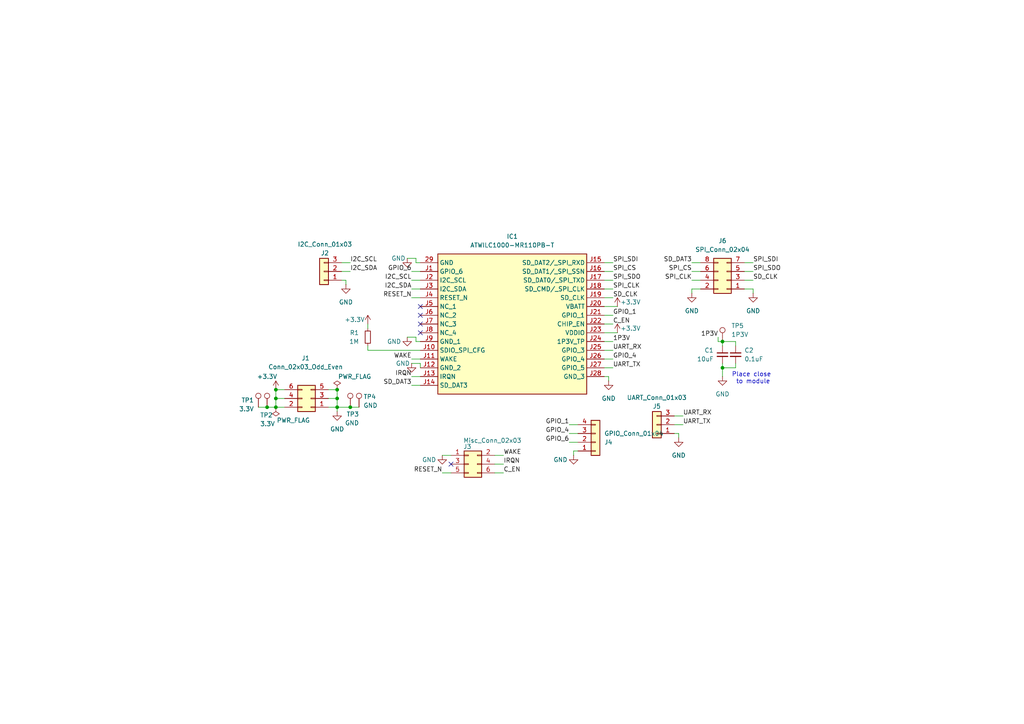
<source format=kicad_sch>
(kicad_sch (version 20231120) (generator "eeschema") (generator_version "8.0")
  (paper "A4")
  (lib_symbols
    (symbol "ATWILC1000-MR110PB-T:ATWILC1000-MR110PB-T"
      (property "Reference" "IC" (at 49.53 7.62 0))
      (property "Value" "ATWILC1000-MR110PB-T" (at 49.53 5.08 0))
      (symbol "ATWILC1000-MR110PB-T_1_1"
        (rectangle (start 5.08 2.54) (end 48.26 -38.1) (stroke (width 0.254)) (fill (type background)))
        (pin passive line (at 0 0 0) (length 5.08) (name "GND") (number "29"))
        (pin passive line (at 0 -2.54 0) (length 5.08) (name "GPIO_6") (number "J1"))
        (pin passive line (at 0 -25.4 0) (length 5.08) (name "SDIO_SPI_CFG") (number "J10"))
        (pin passive line (at 0 -27.94 0) (length 5.08) (name "WAKE") (number "J11"))
        (pin passive line (at 0 -30.48 0) (length 5.08) (name "GND_2") (number "J12"))
        (pin passive line (at 0 -33.02 0) (length 5.08) (name "IRQN") (number "J13"))
        (pin passive line (at 0 -35.56 0) (length 5.08) (name "SD_DAT3") (number "J14"))
        (pin passive line (at 53.34 0 180) (length 5.08) (name "SD_DAT2/_SPI_RXD") (number "J15"))
        (pin passive line (at 53.34 -2.54 180) (length 5.08) (name "SD_DAT1/_SPI_SSN") (number "J16"))
        (pin passive line (at 53.34 -5.08 180) (length 5.08) (name "SD_DAT0/_SPI_TXD") (number "J17"))
        (pin passive line (at 53.34 -7.62 180) (length 5.08) (name "SD_CMD/_SPI_CLK") (number "J18"))
        (pin passive line (at 53.34 -10.16 180) (length 5.08) (name "SD_CLK") (number "J19"))
        (pin passive line (at 0 -5.08 0) (length 5.08) (name "I2C_SCL") (number "J2"))
        (pin passive line (at 53.34 -12.7 180) (length 5.08) (name "VBATT") (number "J20"))
        (pin passive line (at 53.34 -15.24 180) (length 5.08) (name "GPIO_1") (number "J21"))
        (pin passive line (at 53.34 -17.78 180) (length 5.08) (name "CHIP_EN") (number "J22"))
        (pin passive line (at 53.34 -20.32 180) (length 5.08) (name "VDDIO") (number "J23"))
        (pin passive line (at 53.34 -22.86 180) (length 5.08) (name "1P3V_TP") (number "J24"))
        (pin passive line (at 53.34 -25.4 180) (length 5.08) (name "GPIO_3") (number "J25"))
        (pin passive line (at 53.34 -27.94 180) (length 5.08) (name "GPIO_4") (number "J26"))
        (pin passive line (at 53.34 -30.48 180) (length 5.08) (name "GPIO_5") (number "J27"))
        (pin passive line (at 53.34 -33.02 180) (length 5.08) (name "GND_3") (number "J28"))
        (pin passive line (at 0 -7.62 0) (length 5.08) (name "I2C_SDA") (number "J3"))
        (pin passive line (at 0 -10.16 0) (length 5.08) (name "RESET_N") (number "J4"))
        (pin passive line (at 0 -12.7 0) (length 5.08) (name "NC_1") (number "J5"))
        (pin passive line (at 0 -15.24 0) (length 5.08) (name "NC_2") (number "J6"))
        (pin passive line (at 0 -17.78 0) (length 5.08) (name "NC_3") (number "J7"))
        (pin passive line (at 0 -20.32 0) (length 5.08) (name "NC_4") (number "J8"))
        (pin passive line (at 0 -22.86 0) (length 5.08) (name "GND_1") (number "J9"))
      )
    )
    (symbol "Connector:TestPoint" (pin_numbers hide) (pin_names (offset 0.762) hide)
      (property "Reference" "TP" (at 0 6.858 0))
      (property "Value" "TestPoint" (at 0 5.08 0))
      (symbol "TestPoint_0_1"
        (circle (center 0 3.302) (radius 0.762))
      )
      (symbol "TestPoint_1_1"
        (pin passive line (at 0 0 90) (length 2.54) (name "1") (number "1"))
      )
    )
    (symbol "Connector_Generic:Conn_01x03" (pin_names (offset 1.016) hide)
      (property "Reference" "J" (at 0 5.08 0))
      (property "Value" "Conn_01x03" (at 0 -5.08 0))
      (symbol "Conn_01x03_1_1"
        (rectangle (start -1.27 -2.413) (end 0 -2.667) (stroke (width 0.1524)))
        (rectangle (start -1.27 0.127) (end 0 -0.127) (stroke (width 0.1524)))
        (rectangle (start -1.27 2.667) (end 0 2.413) (stroke (width 0.1524)))
        (rectangle (start -1.27 3.81) (end 1.27 -3.81) (stroke (width 0.254)) (fill (type background)))
        (pin passive line (at -5.08 2.54 0) (length 3.81) (name "Pin_1") (number "1"))
        (pin passive line (at -5.08 0 0) (length 3.81) (name "Pin_2") (number "2"))
        (pin passive line (at -5.08 -2.54 0) (length 3.81) (name "Pin_3") (number "3"))
      )
    )
    (symbol "Connector_Generic:Conn_01x04" (pin_names (offset 1.016) hide)
      (property "Reference" "J" (at 0 5.08 0))
      (property "Value" "Conn_01x04" (at 0 -7.62 0))
      (symbol "Conn_01x04_1_1"
        (rectangle (start -1.27 -4.953) (end 0 -5.207) (stroke (width 0.1524)))
        (rectangle (start -1.27 -2.413) (end 0 -2.667) (stroke (width 0.1524)))
        (rectangle (start -1.27 0.127) (end 0 -0.127) (stroke (width 0.1524)))
        (rectangle (start -1.27 2.667) (end 0 2.413) (stroke (width 0.1524)))
        (rectangle (start -1.27 3.81) (end 1.27 -6.35) (stroke (width 0.254)) (fill (type background)))
        (pin passive line (at -5.08 2.54 0) (length 3.81) (name "Pin_1") (number "1"))
        (pin passive line (at -5.08 0 0) (length 3.81) (name "Pin_2") (number "2"))
        (pin passive line (at -5.08 -2.54 0) (length 3.81) (name "Pin_3") (number "3"))
        (pin passive line (at -5.08 -5.08 0) (length 3.81) (name "Pin_4") (number "4"))
      )
    )
    (symbol "Connector_Generic:Conn_02x03_Odd_Even" (pin_names (offset 1.016) hide)
      (property "Reference" "J" (at 1.27 5.08 0))
      (property "Value" "Conn_02x03_Odd_Even" (at 1.27 -5.08 0))
      (symbol "Conn_02x03_Odd_Even_1_1"
        (rectangle (start -1.27 -2.413) (end 0 -2.667) (stroke (width 0.1524)))
        (rectangle (start -1.27 0.127) (end 0 -0.127) (stroke (width 0.1524)))
        (rectangle (start -1.27 2.667) (end 0 2.413) (stroke (width 0.1524)))
        (rectangle (start -1.27 3.81) (end 3.81 -3.81) (stroke (width 0.254)) (fill (type background)))
        (rectangle (start 3.81 -2.413) (end 2.54 -2.667) (stroke (width 0.1524)))
        (rectangle (start 3.81 0.127) (end 2.54 -0.127) (stroke (width 0.1524)))
        (rectangle (start 3.81 2.667) (end 2.54 2.413) (stroke (width 0.1524)))
        (pin passive line (at -5.08 2.54 0) (length 3.81) (name "Pin_1") (number "1"))
        (pin passive line (at 7.62 2.54 180) (length 3.81) (name "Pin_2") (number "2"))
        (pin passive line (at -5.08 0 0) (length 3.81) (name "Pin_3") (number "3"))
        (pin passive line (at 7.62 0 180) (length 3.81) (name "Pin_4") (number "4"))
        (pin passive line (at -5.08 -2.54 0) (length 3.81) (name "Pin_5") (number "5"))
        (pin passive line (at 7.62 -2.54 180) (length 3.81) (name "Pin_6") (number "6"))
      )
    )
    (symbol "Connector_Generic:Conn_02x04_Odd_Even" (pin_names (offset 1.016) hide)
      (property "Reference" "J" (at 1.27 5.08 0))
      (property "Value" "Conn_02x04_Odd_Even" (at 1.27 -7.62 0))
      (symbol "Conn_02x04_Odd_Even_1_1"
        (rectangle (start -1.27 -4.953) (end 0 -5.207) (stroke (width 0.1524)))
        (rectangle (start -1.27 -2.413) (end 0 -2.667) (stroke (width 0.1524)))
        (rectangle (start -1.27 0.127) (end 0 -0.127) (stroke (width 0.1524)))
        (rectangle (start -1.27 2.667) (end 0 2.413) (stroke (width 0.1524)))
        (rectangle (start -1.27 3.81) (end 3.81 -6.35) (stroke (width 0.254)) (fill (type background)))
        (rectangle (start 3.81 -4.953) (end 2.54 -5.207) (stroke (width 0.1524)))
        (rectangle (start 3.81 -2.413) (end 2.54 -2.667) (stroke (width 0.1524)))
        (rectangle (start 3.81 0.127) (end 2.54 -0.127) (stroke (width 0.1524)))
        (rectangle (start 3.81 2.667) (end 2.54 2.413) (stroke (width 0.1524)))
        (pin passive line (at -5.08 2.54 0) (length 3.81) (name "Pin_1") (number "1"))
        (pin passive line (at 7.62 2.54 180) (length 3.81) (name "Pin_2") (number "2"))
        (pin passive line (at -5.08 0 0) (length 3.81) (name "Pin_3") (number "3"))
        (pin passive line (at 7.62 0 180) (length 3.81) (name "Pin_4") (number "4"))
        (pin passive line (at -5.08 -2.54 0) (length 3.81) (name "Pin_5") (number "5"))
        (pin passive line (at 7.62 -2.54 180) (length 3.81) (name "Pin_6") (number "6"))
        (pin passive line (at -5.08 -5.08 0) (length 3.81) (name "Pin_7") (number "7"))
        (pin passive line (at 7.62 -5.08 180) (length 3.81) (name "Pin_8") (number "8"))
      )
    )
    (symbol "Device:C_Small" (pin_numbers hide) (pin_names (offset 0.254) hide)
      (property "Reference" "C" (at 0.254 1.778 0))
      (property "Value" "C_Small" (at 0.254 -2.032 0))
      (symbol "C_Small_0_1"
        (polyline (pts (xy -1.524 -0.508) (xy 1.524 -0.508)) (stroke (width 0.3302)))
        (polyline (pts (xy -1.524 0.508) (xy 1.524 0.508)) (stroke (width 0.3048)))
      )
      (symbol "C_Small_1_1"
        (pin passive line (at 0 2.54 270) (length 2.032) (name "~") (number "1"))
        (pin passive line (at 0 -2.54 90) (length 2.032) (name "~") (number "2"))
      )
    )
    (symbol "Device:R_Small" (pin_numbers hide) (pin_names (offset 0.254) hide)
      (property "Reference" "R" (at 0.762 0.508 0))
      (property "Value" "R_Small" (at 0.762 -1.016 0))
      (symbol "R_Small_0_1"
        (rectangle (start -0.762 1.778) (end 0.762 -1.778) (stroke (width 0.2032)))
      )
      (symbol "R_Small_1_1"
        (pin passive line (at 0 2.54 270) (length 0.762) (name "~") (number "1"))
        (pin passive line (at 0 -2.54 90) (length 0.762) (name "~") (number "2"))
      )
    )
    (symbol "power:+3.3V" (power) (pin_numbers hide) (pin_names (offset 0) hide)
      (property "Value" "+3.3V" (at 0 3.556 0))
      (symbol "+3.3V_0_1"
        (polyline (pts (xy -0.762 1.27) (xy 0 2.54)))
        (polyline (pts (xy 0 0) (xy 0 2.54)))
        (polyline (pts (xy 0 2.54) (xy 0.762 1.27)))
      )
      (symbol "+3.3V_1_1"
        (pin power_in line (at 0 0 90) (length 0) (name "~") (number "1"))
      )
    )
    (symbol "power:GND" (power) (pin_numbers hide) (pin_names (offset 0) hide)
      (property "Value" "GND" (at 0 -3.81 0))
      (symbol "GND_0_1"
        (polyline (pts (xy 0 0) (xy 0 -1.27) (xy 1.27 -1.27) (xy 0 -2.54) (xy -1.27 -1.27) (xy 0 -1.27)))
      )
      (symbol "GND_1_1"
        (pin power_in line (at 0 0 270) (length 0) (name "~") (number "1"))
      )
    )
    (symbol "power:PWR_FLAG" (power) (pin_numbers hide) (pin_names (offset 0) hide)
      (property "Value" "PWR_FLAG" (at 0 3.81 0))
      (symbol "PWR_FLAG_0_0"
        (pin power_out line (at 0 0 90) (length 0) (name "~") (number "1"))
      )
      (symbol "PWR_FLAG_0_1"
        (polyline (pts (xy 0 0) (xy 0 1.27) (xy -1.016 1.905) (xy 0 2.54) (xy 1.016 1.905) (xy 0 1.27)))
      )
    )
  )
  (junction (at 97.79 118.11))
  (junction (at 209.55 99.06))
  (junction (at 97.79 115.57))
  (junction (at 80.01 113.03))
  (junction (at 101.6 118.11))
  (junction (at 77.47 118.11))
  (junction (at 80.01 115.57))
  (junction (at 80.01 118.11))
  (junction (at 97.79 113.03))
  (junction (at 209.55 106.68))
  (no_connect (at 121.92 96.52))
  (no_connect (at 121.92 88.9))
  (no_connect (at 121.92 91.44))
  (no_connect (at 121.92 93.98))
  (no_connect (at 130.81 134.62))
  (wire (pts (xy 179.07 96.52) (xy 175.26 96.52)))
  (wire (pts (xy 175.26 104.14) (xy 177.8 104.14)))
  (wire (pts (xy 82.55 115.57) (xy 80.01 115.57)))
  (wire (pts (xy 95.25 118.11) (xy 97.79 118.11)))
  (wire (pts (xy 119.38 81.28) (xy 121.92 81.28)))
  (wire (pts (xy 120.65 76.2) (xy 121.92 76.2)))
  (wire (pts (xy 165.1 125.73) (xy 167.64 125.73)))
  (wire (pts (xy 208.28 97.79) (xy 208.28 99.06)))
  (wire (pts (xy 200.66 76.2) (xy 203.2 76.2)))
  (wire (pts (xy 74.93 118.11) (xy 77.47 118.11)))
  (wire (pts (xy 200.66 83.82) (xy 200.66 85.09)))
  (wire (pts (xy 209.55 99.06) (xy 209.55 100.33)))
  (wire (pts (xy 176.53 109.22) (xy 176.53 110.49)))
  (wire (pts (xy 165.1 123.19) (xy 167.64 123.19)))
  (wire (pts (xy 175.26 83.82) (xy 177.8 83.82)))
  (wire (pts (xy 130.81 132.08) (xy 128.27 132.08)))
  (wire (pts (xy 77.47 118.11) (xy 80.01 118.11)))
  (wire (pts (xy 165.1 128.27) (xy 167.64 128.27)))
  (wire (pts (xy 82.55 118.11) (xy 80.01 118.11)))
  (wire (pts (xy 146.05 137.16) (xy 143.51 137.16)))
  (wire (pts (xy 101.6 118.11) (xy 104.14 118.11)))
  (wire (pts (xy 106.68 100.33) (xy 106.68 101.6)))
  (wire (pts (xy 213.36 99.06) (xy 213.36 100.33)))
  (wire (pts (xy 167.64 130.81) (xy 166.37 130.81)))
  (wire (pts (xy 209.55 106.68) (xy 209.55 105.41)))
  (wire (pts (xy 209.55 106.68) (xy 213.36 106.68)))
  (wire (pts (xy 119.38 109.22) (xy 121.92 109.22)))
  (wire (pts (xy 196.85 125.73) (xy 196.85 127)))
  (wire (pts (xy 121.92 105.41) (xy 121.92 106.68)))
  (wire (pts (xy 120.65 74.93) (xy 120.65 76.2)))
  (wire (pts (xy 120.65 97.79) (xy 120.65 99.06)))
  (wire (pts (xy 130.81 137.16) (xy 128.27 137.16)))
  (wire (pts (xy 100.33 81.28) (xy 100.33 82.55)))
  (wire (pts (xy 175.26 78.74) (xy 177.8 78.74)))
  (wire (pts (xy 215.9 78.74) (xy 218.44 78.74)))
  (wire (pts (xy 97.79 118.11) (xy 97.79 115.57)))
  (wire (pts (xy 218.44 83.82) (xy 218.44 85.09)))
  (wire (pts (xy 99.06 76.2) (xy 101.6 76.2)))
  (wire (pts (xy 119.38 111.76) (xy 121.92 111.76)))
  (wire (pts (xy 120.65 99.06) (xy 121.92 99.06)))
  (wire (pts (xy 175.26 86.36) (xy 177.8 86.36)))
  (wire (pts (xy 80.01 118.11) (xy 80.01 115.57)))
  (wire (pts (xy 208.28 99.06) (xy 209.55 99.06)))
  (wire (pts (xy 175.26 106.68) (xy 177.8 106.68)))
  (wire (pts (xy 209.55 99.06) (xy 213.36 99.06)))
  (wire (pts (xy 118.11 74.93) (xy 120.65 74.93)))
  (wire (pts (xy 106.68 101.6) (xy 121.92 101.6)))
  (wire (pts (xy 200.66 78.74) (xy 203.2 78.74)))
  (wire (pts (xy 121.92 105.41) (xy 119.38 105.41)))
  (wire (pts (xy 213.36 106.68) (xy 213.36 105.41)))
  (wire (pts (xy 175.26 91.44) (xy 177.8 91.44)))
  (wire (pts (xy 95.25 115.57) (xy 97.79 115.57)))
  (wire (pts (xy 97.79 119.38) (xy 97.79 118.11)))
  (wire (pts (xy 175.26 99.06) (xy 177.8 99.06)))
  (wire (pts (xy 209.55 106.68) (xy 209.55 109.22)))
  (wire (pts (xy 175.26 76.2) (xy 177.8 76.2)))
  (wire (pts (xy 97.79 113.03) (xy 95.25 113.03)))
  (wire (pts (xy 119.38 83.82) (xy 121.92 83.82)))
  (wire (pts (xy 143.51 134.62) (xy 146.05 134.62)))
  (wire (pts (xy 215.9 83.82) (xy 218.44 83.82)))
  (wire (pts (xy 143.51 132.08) (xy 146.05 132.08)))
  (wire (pts (xy 175.26 101.6) (xy 177.8 101.6)))
  (wire (pts (xy 101.6 118.11) (xy 97.79 118.11)))
  (wire (pts (xy 80.01 113.03) (xy 82.55 113.03)))
  (wire (pts (xy 195.58 123.19) (xy 198.12 123.19)))
  (wire (pts (xy 200.66 81.28) (xy 203.2 81.28)))
  (wire (pts (xy 99.06 78.74) (xy 101.6 78.74)))
  (wire (pts (xy 175.26 81.28) (xy 177.8 81.28)))
  (wire (pts (xy 166.37 130.81) (xy 166.37 132.08)))
  (wire (pts (xy 118.11 97.79) (xy 120.65 97.79)))
  (wire (pts (xy 175.26 109.22) (xy 176.53 109.22)))
  (wire (pts (xy 80.01 115.57) (xy 80.01 113.03)))
  (wire (pts (xy 215.9 76.2) (xy 218.44 76.2)))
  (wire (pts (xy 97.79 115.57) (xy 97.79 113.03)))
  (wire (pts (xy 119.38 104.14) (xy 121.92 104.14)))
  (wire (pts (xy 215.9 81.28) (xy 218.44 81.28)))
  (wire (pts (xy 99.06 81.28) (xy 100.33 81.28)))
  (wire (pts (xy 195.58 120.65) (xy 198.12 120.65)))
  (wire (pts (xy 106.68 93.98) (xy 106.68 95.25)))
  (wire (pts (xy 175.26 93.98) (xy 177.8 93.98)))
  (wire (pts (xy 195.58 125.73) (xy 196.85 125.73)))
  (wire (pts (xy 119.38 78.74) (xy 121.92 78.74)))
  (wire (pts (xy 175.26 88.9) (xy 179.07 88.9)))
  (wire (pts (xy 119.38 86.36) (xy 121.92 86.36)))
  (wire (pts (xy 203.2 83.82) (xy 200.66 83.82)))
  (text "Place close \nto module" (at 218.44 109.728 0) (effects (font (size 1.27 1.27))))
  (label "SPI_CS" (at 200.66 78.74 180))
  (label "SD_CLK" (at 177.8 86.36 0))
  (label "SPI_CS" (at 177.8 78.74 0))
  (label "I2C_SCL" (at 101.6 76.2 0))
  (label "GPIO_4" (at 177.8 104.14 0))
  (label "C_EN" (at 146.05 137.16 0))
  (label "SPI_CLK" (at 200.66 81.28 180))
  (label "IRQN" (at 119.38 109.22 180))
  (label "WAKE" (at 119.38 104.14 180))
  (label "UART_TX" (at 198.12 123.19 0))
  (label "1P3V" (at 177.8 99.06 0))
  (label "GPIO_1" (at 165.1 123.19 180))
  (label "1P3V" (at 208.28 97.79 180))
  (label "WAKE" (at 146.05 132.08 0))
  (label "SD_CLK" (at 218.44 81.28 0))
  (label "I2C_SDA" (at 101.6 78.74 0))
  (label "GPIO_1" (at 177.8 91.44 0))
  (label "RESET_N" (at 119.38 86.36 180))
  (label "UART_TX" (at 177.8 106.68 0))
  (label "SPI_SDO" (at 218.44 78.74 0))
  (label "SPI_SDO" (at 177.8 81.28 0))
  (label "UART_RX" (at 177.8 101.6 0))
  (label "GPIO_4" (at 165.1 125.73 180))
  (label "SPI_SDI" (at 177.8 76.2 0))
  (label "RESET_N" (at 128.27 137.16 180))
  (label "SD_DAT3" (at 119.38 111.76 180))
  (label "UART_RX" (at 198.12 120.65 0))
  (label "SD_DAT3" (at 200.66 76.2 180))
  (label "I2C_SDA" (at 119.38 83.82 180))
  (label "SPI_SDI" (at 218.44 76.2 0))
  (label "GPIO_6" (at 119.38 78.74 180))
  (label "SPI_CLK" (at 177.8 83.82 0))
  (label "GPIO_6" (at 165.1 128.27 180))
  (label "I2C_SCL" (at 119.38 81.28 180))
  (label "C_EN" (at 177.8 93.98 0))
  (label "IRQN" (at 146.05 134.62 0))
  (symbol (lib_id "power:+3.3V") (at 80.01 113.03 0) (mirror y) (unit 1)
    (property "Reference" "#PWR01" (effects (hide yes)))
    (property "Value" "+3.3V" (at 77.47 109.22 0))
    (property "Description" "Power symbol creates a global label with name \"+3.3V\"" (effects (hide yes)))
  )
  (symbol (lib_id "Connector_Generic:Conn_02x03_Odd_Even") (at 135.89 134.62 0) (unit 1)
    (property "Reference" "J3" (at 134.366 129.54 0) (effects (justify left)))
    (property "Value" "Misc_Conn_02x03" (at 134.366 127.762 0) (effects (justify left)))
    (property "Footprint" "Connector_PinHeader_2.54mm:PinHeader_2x03_P2.54mm_Vertical" (effects (hide yes)))
    (property "Description" "Generic connector, double row, 02x03, odd/even pin numbering scheme (row 1 odd numbers, row 2 even numbers), script generated (kicad-library-utils/schlib/autogen/connector/)" (effects (hide yes)))
  )
  (symbol (lib_id "power:GND") (at 196.85 127 0) (unit 1)
    (property "Reference" "#PWR013" (effects (hide yes)))
    (property "Value" "GND" (at 196.85 132.08 0))
    (property "Description" "Power symbol creates a global label with name \"GND\" , ground" (effects (hide yes)))
  )
  (symbol (lib_id "Connector:TestPoint") (at 209.55 99.06 0) (unit 1)
    (property "Reference" "TP5" (at 212.09 94.4879 0) (effects (justify left)))
    (property "Value" "1P3V" (at 212.09 97.0279 0) (effects (justify left)))
    (property "Footprint" "TestPoint:TestPoint_Plated_Hole_D3.0mm" (effects (hide yes)))
    (property "Description" "test point" (effects (hide yes)))
  )
  (symbol (lib_id "Device:C_Small") (at 213.36 102.87 0) (unit 1)
    (property "Reference" "C2" (at 215.9 101.6062 0) (effects (justify left)))
    (property "Value" "0.1uF" (at 215.9 104.1462 0) (effects (justify left)))
    (property "Footprint" "Capacitor_SMD:C_0805_2012Metric_Pad1.18x1.45mm_HandSolder" (effects (hide yes)))
    (property "Description" "Unpolarized capacitor, small symbol" (effects (hide yes)))
  )
  (symbol (lib_id "power:PWR_FLAG") (at 80.01 118.11 180) (unit 1)
    (property "Reference" "#FLG01" (effects (hide yes)))
    (property "Value" "PWR_FLAG" (at 85.09 121.92 0))
    (property "Description" "Special symbol for telling ERC where power comes from" (effects (hide yes)))
  )
  (symbol (lib_id "Connector:TestPoint") (at 77.47 118.11 0) (unit 1)
    (property "Reference" "TP2" (at 75.438 120.396 0) (effects (justify left)))
    (property "Value" "3.3V" (at 75.438 122.936 0) (effects (justify left)))
    (property "Footprint" "TestPoint:TestPoint_Plated_Hole_D3.0mm" (effects (hide yes)))
    (property "Description" "test point" (effects (hide yes)))
  )
  (symbol (lib_id "power:GND") (at 97.79 119.38 0) (unit 1)
    (property "Reference" "#PWR02" (effects (hide yes)))
    (property "Value" "GND" (at 97.79 124.46 0))
    (property "Description" "Power symbol creates a global label with name \"GND\" , ground" (effects (hide yes)))
  )
  (symbol (lib_id "power:GND") (at 100.33 82.55 0) (unit 1)
    (property "Reference" "#PWR03" (effects (hide yes)))
    (property "Value" "GND" (at 100.33 87.63 0))
    (property "Description" "Power symbol creates a global label with name \"GND\" , ground" (effects (hide yes)))
  )
  (symbol (lib_id "power:+3.3V") (at 179.07 88.9 0) (unit 1)
    (property "Reference" "#PWR011" (effects (hide yes)))
    (property "Value" "+3.3V" (at 182.88 87.63 0))
    (property "Description" "Power symbol creates a global label with name \"+3.3V\"" (effects (hide yes)))
  )
  (symbol (lib_id "Connector:TestPoint") (at 74.93 118.11 0) (mirror y) (unit 1)
    (property "Reference" "TP1" (at 73.66 116.078 0) (effects (justify left)))
    (property "Value" "3.3V" (at 73.66 118.618 0) (effects (justify left)))
    (property "Footprint" "TestPoint:TestPoint_Plated_Hole_D3.0mm" (effects (hide yes)))
    (property "Description" "test point" (effects (hide yes)))
  )
  (symbol (lib_id "Connector_Generic:Conn_02x04_Odd_Even") (at 210.82 81.28 180) (unit 1)
    (property "Reference" "J6" (at 209.55 69.85 0))
    (property "Value" "SPI_Conn_02x04" (at 209.55 72.39 0))
    (property "Footprint" "Connector_PinHeader_2.54mm:PinHeader_2x04_P2.54mm_Vertical" (effects (hide yes)))
    (property "Description" "Generic connector, double row, 02x04, odd/even pin numbering scheme (row 1 odd numbers, row 2 even numbers), script generated (kicad-library-utils/schlib/autogen/connector/)" (effects (hide yes)))
  )
  (symbol (lib_id "Connector_Generic:Conn_02x03_Odd_Even") (at 90.17 115.57 180) (unit 1)
    (property "Reference" "J1" (at 88.646 103.886 0))
    (property "Value" "Conn_02x03_Odd_Even" (at 88.646 106.426 0))
    (property "Footprint" "Connector_PinHeader_2.54mm:PinHeader_2x03_P2.54mm_Vertical" (effects (hide yes)))
    (property "Description" "Generic connector, double row, 02x03, odd/even pin numbering scheme (row 1 odd numbers, row 2 even numbers), script generated (kicad-library-utils/schlib/autogen/connector/)" (effects (hide yes)))
  )
  (symbol (lib_id "power:+3.3V") (at 179.07 96.52 0) (unit 1)
    (property "Reference" "#PWR012" (effects (hide yes)))
    (property "Value" "+3.3V" (at 182.88 95.25 0))
    (property "Description" "Power symbol creates a global label with name \"+3.3V\"" (effects (hide yes)))
  )
  (symbol (lib_id "power:GND") (at 166.37 132.08 0) (unit 1)
    (property "Reference" "#PWR09" (effects (hide yes)))
    (property "Value" "GND" (at 162.56 133.35 0))
    (property "Description" "Power symbol creates a global label with name \"GND\" , ground" (effects (hide yes)))
  )
  (symbol (lib_id "Device:C_Small") (at 209.55 102.87 0) (mirror y) (unit 1)
    (property "Reference" "C1" (at 207.01 101.6062 0) (effects (justify left)))
    (property "Value" "10uF" (at 207.01 104.1462 0) (effects (justify left)))
    (property "Footprint" "Capacitor_SMD:C_0805_2012Metric_Pad1.18x1.45mm_HandSolder" (effects (hide yes)))
    (property "Description" "Unpolarized capacitor, small symbol" (effects (hide yes)))
  )
  (symbol (lib_id "ATWILC1000-MR110PB-T:ATWILC1000-MR110PB-T") (at 121.92 76.2 0) (unit 1)
    (property "Reference" "IC1" (at 148.59 68.58 0))
    (property "Value" "ATWILC1000-MR110PB-T" (at 148.59 71.12 0))
    (property "Footprint" "LIB_ATWILC1000-MR110PB-T:ATWILC1000MR110PBT" (effects (hide yes)))
    (property "Datasheet" "http://www.microchip.com/mymicrochip/filehandler.aspx?ddocname=en590484" (effects (hide yes)))
    (property "Description" "Module 802.11b/g/n 2.484GHz 72200Kbps 28-Pin T/R" (effects (hide yes)))
    (property "Height" "2.113" (effects (hide yes)))
    (property "Manufacturer_Name" "Microchip" (effects (hide yes)))
    (property "Manufacturer_Part_Number" "ATWILC1000-MR110PB-T" (effects (hide yes)))
    (property "Mouser Part Number" "579-WILC1000MR110PBT" (effects (hide yes)))
    (property "Mouser Price/Stock" "https://www.mouser.co.uk/ProductDetail/Microchip-Technology/ATWILC1000-MR110PB-T?qs=f9yNj16SXrIeZcIRzaSE1w%3D%3D" (effects (hide yes)))
    (property "Arrow Part Number" "ATWILC1000-MR110PB-T" (effects (hide yes)))
    (property "Arrow Price/Stock" "https://www.arrow.com/en/products/atwilc1000-mr110pb-t/microchip-technology?region=nac" (effects (hide yes)))
  )
  (symbol (lib_id "power:GND") (at 176.53 110.49 0) (unit 1)
    (property "Reference" "#PWR010" (effects (hide yes)))
    (property "Value" "GND" (at 176.53 115.57 0))
    (property "Description" "Power symbol creates a global label with name \"GND\" , ground" (effects (hide yes)))
  )
  (symbol (lib_id "power:GND") (at 200.66 85.09 0) (mirror y) (unit 1)
    (property "Reference" "#PWR014" (effects (hide yes)))
    (property "Value" "GND" (at 200.66 90.17 0))
    (property "Description" "Power symbol creates a global label with name \"GND\" , ground" (effects (hide yes)))
  )
  (symbol (lib_id "power:GND") (at 118.11 97.79 0) (unit 1)
    (property "Reference" "#PWR06" (effects (hide yes)))
    (property "Value" "GND" (at 114.3 99.06 0))
    (property "Description" "Power symbol creates a global label with name \"GND\" , ground" (effects (hide yes)))
  )
  (symbol (lib_id "power:GND") (at 118.11 74.93 0) (unit 1)
    (property "Reference" "#PWR05" (effects (hide yes)))
    (property "Value" "GND" (at 115.57 74.93 0))
    (property "Description" "Power symbol creates a global label with name \"GND\" , ground" (effects (hide yes)))
  )
  (symbol (lib_id "power:GND") (at 119.38 105.41 0) (unit 1)
    (property "Reference" "#PWR07" (effects (hide yes)))
    (property "Value" "GND" (at 116.84 105.41 0))
    (property "Description" "Power symbol creates a global label with name \"GND\" , ground" (effects (hide yes)))
  )
  (symbol (lib_id "power:GND") (at 218.44 85.09 0) (unit 1)
    (property "Reference" "#PWR016" (effects (hide yes)))
    (property "Value" "GND" (at 218.44 90.17 0))
    (property "Description" "Power symbol creates a global label with name \"GND\" , ground" (effects (hide yes)))
  )
  (symbol (lib_id "power:+3.3V") (at 106.68 93.98 0) (mirror y) (unit 1)
    (property "Reference" "#PWR04" (effects (hide yes)))
    (property "Value" "+3.3V" (at 102.87 92.71 0))
    (property "Description" "Power symbol creates a global label with name \"+3.3V\"" (effects (hide yes)))
  )
  (symbol (lib_id "Connector_Generic:Conn_01x03") (at 190.5 123.19 180) (unit 1)
    (property "Reference" "J5" (at 190.5 117.856 0))
    (property "Value" "UART_Conn_01x03" (at 190.5 115.316 0))
    (property "Footprint" "Connector_PinHeader_2.54mm:PinHeader_1x03_P2.54mm_Vertical" (effects (hide yes)))
    (property "Description" "Generic connector, single row, 01x03, script generated (kicad-library-utils/schlib/autogen/connector/)" (effects (hide yes)))
  )
  (symbol (lib_id "Device:R_Small") (at 106.68 97.79 0) (mirror y) (unit 1)
    (property "Reference" "R1" (at 104.14 96.5199 0) (effects (justify left)))
    (property "Value" "1M" (at 104.14 99.0599 0) (effects (justify left)))
    (property "Footprint" "Resistor_SMD:R_0805_2012Metric_Pad1.20x1.40mm_HandSolder" (effects (hide yes)))
    (property "Description" "Resistor, small symbol" (effects (hide yes)))
  )
  (symbol (lib_id "power:PWR_FLAG") (at 97.79 113.03 0) (unit 1)
    (property "Reference" "#FLG02" (effects (hide yes)))
    (property "Value" "PWR_FLAG" (at 102.87 109.22 0))
    (property "Description" "Special symbol for telling ERC where power comes from" (effects (hide yes)))
  )
  (symbol (lib_id "power:GND") (at 209.55 109.22 0) (unit 1)
    (property "Reference" "#PWR015" (effects (hide yes)))
    (property "Value" "GND" (at 209.55 114.3 0))
    (property "Description" "Power symbol creates a global label with name \"GND\" , ground" (effects (hide yes)))
  )
  (symbol (lib_id "Connector:TestPoint") (at 101.6 118.11 0) (mirror y) (unit 1)
    (property "Reference" "TP3" (at 104.14 120.142 0) (effects (justify left)))
    (property "Value" "GND" (at 104.14 122.682 0) (effects (justify left)))
    (property "Footprint" "TestPoint:TestPoint_Plated_Hole_D3.0mm" (effects (hide yes)))
    (property "Description" "test point" (effects (hide yes)))
  )
  (symbol (lib_id "Connector_Generic:Conn_01x04") (at 172.72 128.27 0) (mirror x) (unit 1)
    (property "Reference" "J4" (at 175.26 128.2701 0) (effects (justify left)))
    (property "Value" "GPIO_Conn_01x04" (at 175.26 125.7301 0) (effects (justify left)))
    (property "Footprint" "Connector_PinHeader_2.54mm:PinHeader_1x04_P2.54mm_Vertical" (effects (hide yes)))
    (property "Description" "Generic connector, single row, 01x04, script generated (kicad-library-utils/schlib/autogen/connector/)" (effects (hide yes)))
  )
  (symbol (lib_id "Connector:TestPoint") (at 104.14 118.11 0) (unit 1)
    (property "Reference" "TP4" (at 105.41 115.062 0) (effects (justify left)))
    (property "Value" "GND" (at 105.41 117.602 0) (effects (justify left)))
    (property "Footprint" "TestPoint:TestPoint_Plated_Hole_D3.0mm" (effects (hide yes)))
    (property "Description" "test point" (effects (hide yes)))
  )
  (symbol (lib_id "Connector_Generic:Conn_01x03") (at 93.98 78.74 180) (unit 1)
    (property "Reference" "J2" (at 94.234 73.406 0))
    (property "Value" "I2C_Conn_01x03" (at 94.234 70.866 0))
    (property "Footprint" "Connector_PinHeader_2.54mm:PinHeader_1x03_P2.54mm_Vertical" (effects (hide yes)))
    (property "Description" "Generic connector, single row, 01x03, script generated (kicad-library-utils/schlib/autogen/connector/)" (effects (hide yes)))
  )
  (symbol (lib_id "power:GND") (at 128.27 132.08 0) (unit 1)
    (property "Reference" "#PWR08" (effects (hide yes)))
    (property "Value" "GND" (at 124.46 133.35 0))
    (property "Description" "Power symbol creates a global label with name \"GND\" , ground" (effects (hide yes)))
  )
)
</source>
